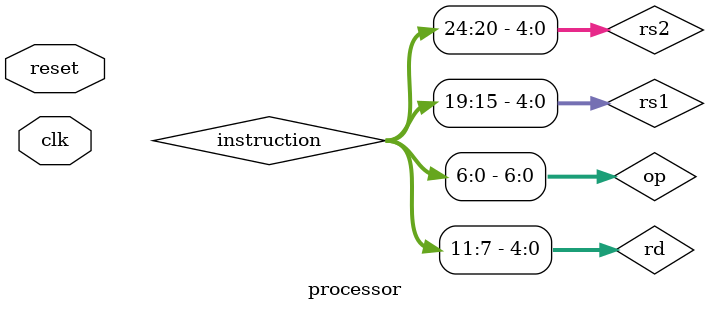
<source format=v>
module processor (
    input clk,
    input reset
);

    wire [31:0] pc, pc_next;
    wire [31:0] instruction;
    wire [31:0] result, read1, read2 , word_align_address;
    wire [31:0] write_data, alu_result;
    wire [31:0] immediate;
    wire [31:0] mem_out;
    wire [4:0] rs1, rs2, rd;
    wire [6:0] op, funct7;
    wire [2:0] funct3, alu_control;
    wire [1:0] pc_src, alu_op, imm_src;
    wire reg_write, mem_write, result_src, alu_src, selA ,branch, branch_alu;

    
    PC u_PC (
        .clk(clk),
        .reset(reset),
        .pc_next(pc_next),
        .instr(instruction),         
        .programCounter(pc) ,
        .WAA(word_align_address)         
    );



    assign op = instruction[6:0];
    assign rd = instruction[11:7];
    assign funct3 = instruction[14:12];
    assign rs1 = instruction[19:15];
    assign rs2 = instruction[24:20];
    assign funct7 = instruction[31:25];
    


    decoder u_decoder (
        // .zero(pc_src),        
        .op(op),
        .reg_write(reg_write),
        .mem_write(mem_write),
        .result_src(result_src),
        .alu_src(alu_src),
        .pc_src(pc_src),
        .alu_op(alu_op),
        .imm_src(imm_src),
        .selA(selA),
        .branch(branch)
        
    );

    
    immediate_gen u_immediate_gen (
        .instruction(instruction),
        .imm_src(imm_src),
        .immediate(immediate)
    );


    register_file u_register_file (
    .clk(clk),
    .reset(reset),
    .rs1(rs1),
    .rs2(rs2),
    .rd(rd),
    .write(write_data),
    .reg_write(reg_write),
    .read1(read1),
    .read2(read2)
);


    
    alu_decoder u_alu_decoder (
        .aluop(alu_op),
        .funct3(funct3),
        .funct7(funct7[5]),
        .alu_control(alu_control)
    );


    ALU u_ALU (
        .A((selA) ? pc : read1),
        .B(alu_src ? immediate : read2), 
        .control_signal(alu_control),
        .result(alu_result),
        .branch(branch_alu)
    );

    
    data_mem u_data_mem (
        .clk(clk),
        .write_enable(mem_write),
        .A(alu_result),
        .write_data(read2),
        .rd(mem_out)
    );

assign write_data = (result_src) ? mem_out : alu_result;
assign pc_next = (pc_src == 2'b01) ? alu_result : (pc_src == 2'b10 & branch_alu == 1'b1 & branch) ? pc + immediate : (pc + 4);

endmodule

</source>
